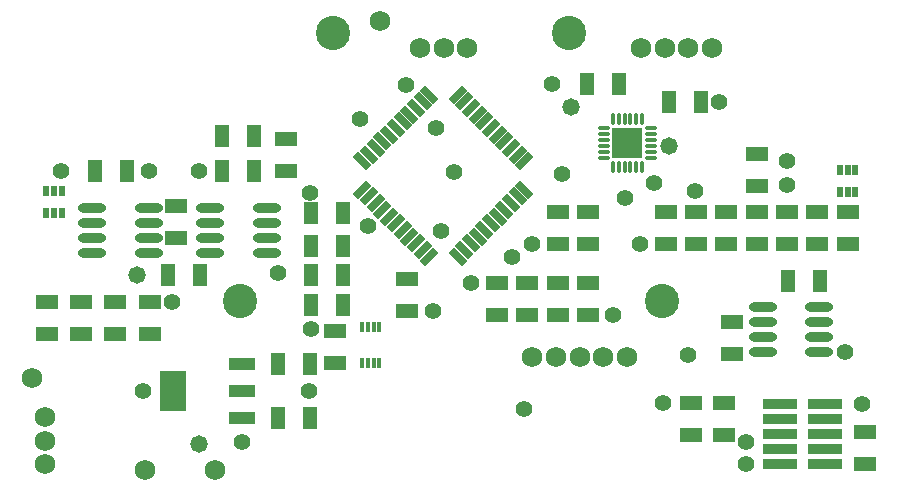
<source format=gts>
G04 Layer_Color=8388736*
%FSLAX44Y44*%
%MOMM*%
G71*
G01*
G75*
%ADD35C,1.7272*%
%ADD44R,0.5032X0.8632*%
%ADD45R,1.9032X1.3032*%
%ADD46R,1.3032X1.9032*%
%ADD47O,2.4032X0.8032*%
%ADD48R,2.2900X3.3900*%
%ADD49R,2.2900X1.0900*%
%ADD50R,0.4000X0.9000*%
%ADD51R,2.6032X2.6032*%
%ADD52O,1.0032X0.4032*%
%ADD53O,0.4032X1.0032*%
%ADD54R,2.9972X0.9652*%
G04:AMPARAMS|DCode=55|XSize=0.6mm|YSize=1.6mm|CornerRadius=0mm|HoleSize=0mm|Usage=FLASHONLY|Rotation=225.000|XOffset=0mm|YOffset=0mm|HoleType=Round|Shape=Rectangle|*
%AMROTATEDRECTD55*
4,1,4,-0.3536,0.7778,0.7778,-0.3536,0.3536,-0.7778,-0.7778,0.3536,-0.3536,0.7778,0.0*
%
%ADD55ROTATEDRECTD55*%

G04:AMPARAMS|DCode=56|XSize=0.6mm|YSize=1.6mm|CornerRadius=0mm|HoleSize=0mm|Usage=FLASHONLY|Rotation=315.000|XOffset=0mm|YOffset=0mm|HoleType=Round|Shape=Rectangle|*
%AMROTATEDRECTD56*
4,1,4,-0.7778,-0.3536,0.3536,0.7778,0.7778,0.3536,-0.3536,-0.7778,-0.7778,-0.3536,0.0*
%
%ADD56ROTATEDRECTD56*%

%ADD57C,2.9032*%
%ADD58C,1.4032*%
%ADD59C,1.4732*%
%ADD60C,0.8032*%
D35*
X31000Y39000D02*
D03*
Y59000D02*
D03*
Y79000D02*
D03*
X315000Y414000D02*
D03*
X20000Y112000D02*
D03*
X175000Y34000D02*
D03*
X116000D02*
D03*
X349000Y391000D02*
D03*
X369000D02*
D03*
X389000D02*
D03*
X596000D02*
D03*
X536000D02*
D03*
X556000D02*
D03*
X576000D02*
D03*
X444000Y130000D02*
D03*
X484000D02*
D03*
X504000D02*
D03*
X524000D02*
D03*
X464000D02*
D03*
D44*
X704500Y288250D02*
D03*
X711000D02*
D03*
X717500D02*
D03*
Y269750D02*
D03*
X711000D02*
D03*
X704500D02*
D03*
X32500Y270250D02*
D03*
X39000D02*
D03*
X45500D02*
D03*
Y251750D02*
D03*
X39000D02*
D03*
X32500D02*
D03*
D45*
X659667Y252500D02*
D03*
Y225500D02*
D03*
X613000Y132500D02*
D03*
Y159500D02*
D03*
X120000Y176500D02*
D03*
Y149500D02*
D03*
X91000Y176500D02*
D03*
Y149500D02*
D03*
X142000Y257500D02*
D03*
Y230500D02*
D03*
X634000Y301500D02*
D03*
Y274500D02*
D03*
X685333Y225500D02*
D03*
Y252500D02*
D03*
X711000Y225500D02*
D03*
Y252500D02*
D03*
X33000Y149500D02*
D03*
Y176500D02*
D03*
X62000D02*
D03*
Y149500D02*
D03*
X235000Y287000D02*
D03*
Y314000D02*
D03*
X277000Y151500D02*
D03*
Y124500D02*
D03*
X338000Y169000D02*
D03*
Y196000D02*
D03*
X465333Y252500D02*
D03*
Y225500D02*
D03*
X414000Y165500D02*
D03*
Y192500D02*
D03*
X439667Y165500D02*
D03*
Y192500D02*
D03*
X465333Y165500D02*
D03*
Y192500D02*
D03*
X491000Y165500D02*
D03*
Y192500D02*
D03*
X557000Y225500D02*
D03*
Y252500D02*
D03*
X634000Y225500D02*
D03*
Y252500D02*
D03*
X608333Y225500D02*
D03*
Y252500D02*
D03*
X582667D02*
D03*
Y225500D02*
D03*
X491000Y252500D02*
D03*
Y225500D02*
D03*
X726000Y66500D02*
D03*
Y39500D02*
D03*
X578000Y90500D02*
D03*
Y63500D02*
D03*
X606000Y90500D02*
D03*
Y63500D02*
D03*
D46*
X687500Y194000D02*
D03*
X660500D02*
D03*
X208000Y287000D02*
D03*
X181000D02*
D03*
X255500Y78000D02*
D03*
X228500D02*
D03*
X255500Y124000D02*
D03*
X228500D02*
D03*
X208000Y317000D02*
D03*
X181000D02*
D03*
X100500Y287000D02*
D03*
X73500D02*
D03*
X162500Y199000D02*
D03*
X135500D02*
D03*
X256500Y252000D02*
D03*
X283500D02*
D03*
Y199000D02*
D03*
X256500D02*
D03*
X283500Y224000D02*
D03*
X256500D02*
D03*
X283500Y174000D02*
D03*
X256500D02*
D03*
X517000Y361000D02*
D03*
X490000D02*
D03*
X586500Y346000D02*
D03*
X559500D02*
D03*
D47*
X687000Y133950D02*
D03*
Y146650D02*
D03*
Y159350D02*
D03*
Y172050D02*
D03*
X639000Y133950D02*
D03*
Y146650D02*
D03*
Y159350D02*
D03*
Y172050D02*
D03*
X71000Y255850D02*
D03*
Y243150D02*
D03*
Y230450D02*
D03*
Y217750D02*
D03*
X119000Y255850D02*
D03*
Y243150D02*
D03*
Y230450D02*
D03*
Y217750D02*
D03*
X219000Y217950D02*
D03*
Y230650D02*
D03*
Y243350D02*
D03*
Y256050D02*
D03*
X171000Y217950D02*
D03*
Y230650D02*
D03*
Y243350D02*
D03*
Y256050D02*
D03*
D48*
X140000Y101000D02*
D03*
D49*
X198000Y124000D02*
D03*
Y101000D02*
D03*
Y78000D02*
D03*
D50*
X299500Y124500D02*
D03*
X304500D02*
D03*
X309500D02*
D03*
X314500D02*
D03*
X299500Y155500D02*
D03*
X304500D02*
D03*
X309500D02*
D03*
X314500D02*
D03*
D51*
X524500Y311000D02*
D03*
D52*
X544500Y323500D02*
D03*
Y318500D02*
D03*
Y313500D02*
D03*
Y308500D02*
D03*
Y303500D02*
D03*
Y298500D02*
D03*
X504500D02*
D03*
Y303500D02*
D03*
Y308500D02*
D03*
Y313500D02*
D03*
Y318500D02*
D03*
Y323500D02*
D03*
D53*
X537000Y291000D02*
D03*
X532000D02*
D03*
X527000D02*
D03*
X522000D02*
D03*
X517000D02*
D03*
X512000D02*
D03*
Y331000D02*
D03*
X517000D02*
D03*
X522000D02*
D03*
X527000D02*
D03*
X532000D02*
D03*
X537000D02*
D03*
D54*
X654000Y90100D02*
D03*
X692100D02*
D03*
X654000Y77400D02*
D03*
X692100D02*
D03*
X654000Y64700D02*
D03*
X692100D02*
D03*
X654000Y52000D02*
D03*
X692100D02*
D03*
X654000Y39300D02*
D03*
X692100D02*
D03*
D55*
X437284Y271284D02*
D03*
X431627Y265627D02*
D03*
X425971Y259971D02*
D03*
X420314Y254314D02*
D03*
X414657Y248657D02*
D03*
X409000Y243000D02*
D03*
X403343Y237343D02*
D03*
X397686Y231686D02*
D03*
X392029Y226029D02*
D03*
X386372Y220373D02*
D03*
X380716Y214716D02*
D03*
X300105Y295326D02*
D03*
X305762Y300983D02*
D03*
X311419Y306640D02*
D03*
X317076Y312297D02*
D03*
X322733Y317953D02*
D03*
X328390Y323610D02*
D03*
X334047Y329267D02*
D03*
X339703Y334924D02*
D03*
X345360Y340581D02*
D03*
X351017Y346238D02*
D03*
X356674Y351894D02*
D03*
D56*
X356674Y214716D02*
D03*
X351017Y220373D02*
D03*
X345360Y226029D02*
D03*
X339703Y231686D02*
D03*
X334047Y237343D02*
D03*
X328390Y243000D02*
D03*
X322733Y248657D02*
D03*
X317076Y254314D02*
D03*
X311419Y259970D02*
D03*
X305762Y265627D02*
D03*
X300105Y271284D02*
D03*
X380716Y351895D02*
D03*
X386372Y346238D02*
D03*
X392029Y340581D02*
D03*
X397686Y334924D02*
D03*
X403343Y329267D02*
D03*
X409000Y323610D02*
D03*
X414657Y317953D02*
D03*
X420314Y312297D02*
D03*
X425970Y306640D02*
D03*
X431628Y300983D02*
D03*
X437284Y295326D02*
D03*
D57*
X275000Y404000D02*
D03*
X475000D02*
D03*
X196550Y177500D02*
D03*
X553450D02*
D03*
D58*
X547000Y277000D02*
D03*
X625000Y58000D02*
D03*
Y39300D02*
D03*
X555000Y91000D02*
D03*
X576000Y131000D02*
D03*
X298000Y331000D02*
D03*
X535000Y225000D02*
D03*
X522000Y264000D02*
D03*
X114000Y101000D02*
D03*
X461000Y361000D02*
D03*
X198000Y58000D02*
D03*
X229000Y201000D02*
D03*
X255000Y101000D02*
D03*
X45000Y287000D02*
D03*
X602000Y346000D02*
D03*
X512500Y165500D02*
D03*
X469000Y285000D02*
D03*
X392000Y192000D02*
D03*
X378000Y286000D02*
D03*
X582000Y270000D02*
D03*
X660000Y275000D02*
D03*
Y296000D02*
D03*
X360000Y169000D02*
D03*
X437000Y86000D02*
D03*
X709100Y133900D02*
D03*
X723000Y90000D02*
D03*
X305000Y241000D02*
D03*
X256000Y269000D02*
D03*
X119000Y287000D02*
D03*
X139000Y176000D02*
D03*
X256500Y153500D02*
D03*
X162000Y287000D02*
D03*
X337000Y360000D02*
D03*
X362000Y324000D02*
D03*
X427000Y214000D02*
D03*
X444000Y225000D02*
D03*
X366822Y236178D02*
D03*
D59*
X477000Y341000D02*
D03*
X560000Y308000D02*
D03*
X109000Y199000D02*
D03*
X162000Y56000D02*
D03*
D60*
X519000Y305500D02*
D03*
X530000Y316500D02*
D03*
Y305500D02*
D03*
X519000Y316500D02*
D03*
M02*

</source>
